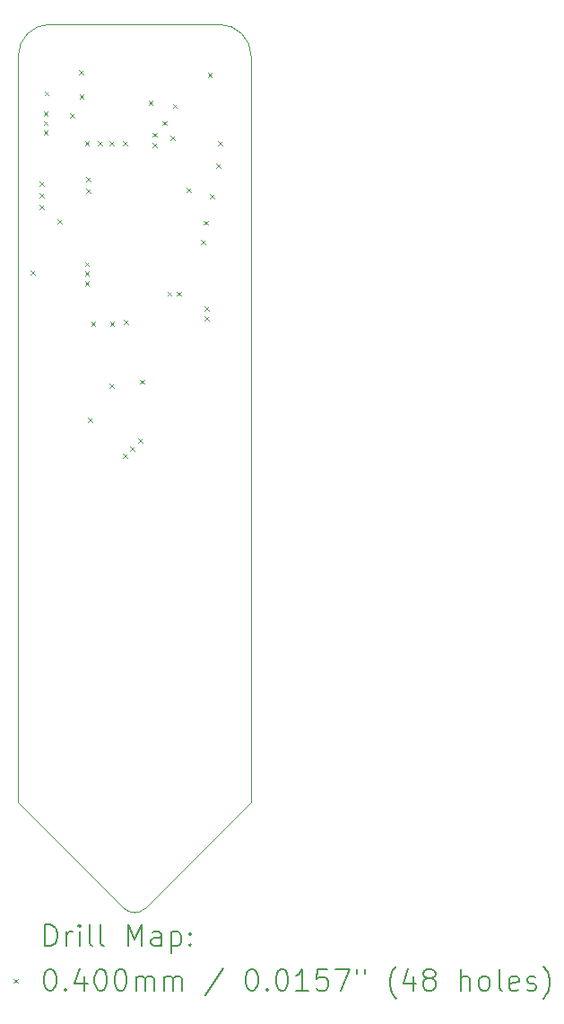
<source format=gbr>
%TF.GenerationSoftware,KiCad,Pcbnew,(6.0.7)*%
%TF.CreationDate,2022-09-04T16:16:37-05:00*%
%TF.ProjectId,parasite-mini-test,70617261-7369-4746-952d-6d696e692d74,1.2.0*%
%TF.SameCoordinates,Original*%
%TF.FileFunction,Drillmap*%
%TF.FilePolarity,Positive*%
%FSLAX45Y45*%
G04 Gerber Fmt 4.5, Leading zero omitted, Abs format (unit mm)*
G04 Created by KiCad (PCBNEW (6.0.7)) date 2022-09-04 16:16:37*
%MOMM*%
%LPD*%
G01*
G04 APERTURE LIST*
%ADD10C,0.050000*%
%ADD11C,0.200000*%
%ADD12C,0.040000*%
G04 APERTURE END LIST*
D10*
X6000000Y-2700000D02*
X7600000Y-2700000D01*
X6700000Y-11032000D02*
G75*
G03*
X6900000Y-11032000I100000J100000D01*
G01*
X6700000Y-11032000D02*
X5700000Y-10032000D01*
X6900000Y-11032000D02*
X7900000Y-10032000D01*
X5700000Y-3000000D02*
X5700000Y-10032000D01*
X7900000Y-10032000D02*
X7900000Y-3000000D01*
X6000000Y-2700000D02*
G75*
G03*
X5700000Y-3000000I0J-300000D01*
G01*
X7900000Y-3000000D02*
G75*
G03*
X7600000Y-2700000I-300000J0D01*
G01*
D11*
D12*
X5820000Y-5020000D02*
X5860000Y-5060000D01*
X5860000Y-5020000D02*
X5820000Y-5060000D01*
X5900000Y-4180000D02*
X5940000Y-4220000D01*
X5940000Y-4180000D02*
X5900000Y-4220000D01*
X5900000Y-4290000D02*
X5940000Y-4330000D01*
X5940000Y-4290000D02*
X5900000Y-4330000D01*
X5900000Y-4400000D02*
X5940000Y-4440000D01*
X5940000Y-4400000D02*
X5900000Y-4440000D01*
X5940000Y-3520000D02*
X5980000Y-3560000D01*
X5980000Y-3520000D02*
X5940000Y-3560000D01*
X5940000Y-3610000D02*
X5980000Y-3650000D01*
X5980000Y-3610000D02*
X5940000Y-3650000D01*
X5940000Y-3700000D02*
X5980000Y-3740000D01*
X5980000Y-3700000D02*
X5940000Y-3740000D01*
X5950000Y-3330000D02*
X5990000Y-3370000D01*
X5990000Y-3330000D02*
X5950000Y-3370000D01*
X6070000Y-4540000D02*
X6110000Y-4580000D01*
X6110000Y-4540000D02*
X6070000Y-4580000D01*
X6190000Y-3540000D02*
X6230000Y-3580000D01*
X6230000Y-3540000D02*
X6190000Y-3580000D01*
X6272506Y-3133024D02*
X6312506Y-3173024D01*
X6312506Y-3133024D02*
X6272506Y-3173024D01*
X6280000Y-3360000D02*
X6320000Y-3400000D01*
X6320000Y-3360000D02*
X6280000Y-3400000D01*
X6330000Y-3800000D02*
X6370000Y-3840000D01*
X6370000Y-3800000D02*
X6330000Y-3840000D01*
X6330000Y-4940000D02*
X6370000Y-4980000D01*
X6370000Y-4940000D02*
X6330000Y-4980000D01*
X6330000Y-5030000D02*
X6370000Y-5070000D01*
X6370000Y-5030000D02*
X6330000Y-5070000D01*
X6330000Y-5120000D02*
X6370000Y-5160000D01*
X6370000Y-5120000D02*
X6330000Y-5160000D01*
X6340000Y-4140000D02*
X6380000Y-4180000D01*
X6380000Y-4140000D02*
X6340000Y-4180000D01*
X6340000Y-4250000D02*
X6380000Y-4290000D01*
X6380000Y-4250000D02*
X6340000Y-4290000D01*
X6360000Y-6410000D02*
X6400000Y-6450000D01*
X6400000Y-6410000D02*
X6360000Y-6450000D01*
X6390000Y-5503750D02*
X6430000Y-5543750D01*
X6430000Y-5503750D02*
X6390000Y-5543750D01*
X6450000Y-3800000D02*
X6490000Y-3840000D01*
X6490000Y-3800000D02*
X6450000Y-3840000D01*
X6560000Y-3800000D02*
X6600000Y-3840000D01*
X6600000Y-3800000D02*
X6560000Y-3840000D01*
X6560000Y-6090000D02*
X6600000Y-6130000D01*
X6600000Y-6090000D02*
X6560000Y-6130000D01*
X6566250Y-5503750D02*
X6606250Y-5543750D01*
X6606250Y-5503750D02*
X6566250Y-5543750D01*
X6690000Y-3800000D02*
X6730000Y-3840000D01*
X6730000Y-3800000D02*
X6690000Y-3840000D01*
X6690000Y-6750000D02*
X6730000Y-6790000D01*
X6730000Y-6750000D02*
X6690000Y-6790000D01*
X6699874Y-5483824D02*
X6739874Y-5523824D01*
X6739874Y-5483824D02*
X6699874Y-5523824D01*
X6760000Y-6680000D02*
X6800000Y-6720000D01*
X6800000Y-6680000D02*
X6760000Y-6720000D01*
X6835000Y-6605000D02*
X6875000Y-6645000D01*
X6875000Y-6605000D02*
X6835000Y-6645000D01*
X6850000Y-6050000D02*
X6890000Y-6090000D01*
X6890000Y-6050000D02*
X6850000Y-6090000D01*
X6930000Y-3420000D02*
X6970000Y-3460000D01*
X6970000Y-3420000D02*
X6930000Y-3460000D01*
X6930000Y-3420000D02*
X6970000Y-3460000D01*
X6970000Y-3420000D02*
X6930000Y-3460000D01*
X6970000Y-3720000D02*
X7010000Y-3760000D01*
X7010000Y-3720000D02*
X6970000Y-3760000D01*
X6970000Y-3820000D02*
X7010000Y-3860000D01*
X7010000Y-3820000D02*
X6970000Y-3860000D01*
X7060000Y-3610000D02*
X7100000Y-3650000D01*
X7100000Y-3610000D02*
X7060000Y-3650000D01*
X7110000Y-5220000D02*
X7150000Y-5260000D01*
X7150000Y-5220000D02*
X7110000Y-5260000D01*
X7140000Y-3750000D02*
X7180000Y-3790000D01*
X7180000Y-3750000D02*
X7140000Y-3790000D01*
X7160000Y-3450000D02*
X7200000Y-3490000D01*
X7200000Y-3450000D02*
X7160000Y-3490000D01*
X7200000Y-5220000D02*
X7240000Y-5260000D01*
X7240000Y-5220000D02*
X7200000Y-5260000D01*
X7291900Y-4240000D02*
X7331900Y-4280000D01*
X7331900Y-4240000D02*
X7291900Y-4280000D01*
X7429389Y-4731043D02*
X7469389Y-4771043D01*
X7469389Y-4731043D02*
X7429389Y-4771043D01*
X7450000Y-4550000D02*
X7490000Y-4590000D01*
X7490000Y-4550000D02*
X7450000Y-4590000D01*
X7460000Y-5360000D02*
X7500000Y-5400000D01*
X7500000Y-5360000D02*
X7460000Y-5400000D01*
X7460000Y-5450000D02*
X7500000Y-5490000D01*
X7500000Y-5450000D02*
X7460000Y-5490000D01*
X7490000Y-3160000D02*
X7530000Y-3200000D01*
X7530000Y-3160000D02*
X7490000Y-3200000D01*
X7510000Y-4300000D02*
X7550000Y-4340000D01*
X7550000Y-4300000D02*
X7510000Y-4340000D01*
X7570000Y-4010000D02*
X7610000Y-4050000D01*
X7610000Y-4010000D02*
X7570000Y-4050000D01*
X7590000Y-3800000D02*
X7630000Y-3840000D01*
X7630000Y-3800000D02*
X7590000Y-3840000D01*
D11*
X5955119Y-11386397D02*
X5955119Y-11186397D01*
X6002738Y-11186397D01*
X6031309Y-11195921D01*
X6050357Y-11214969D01*
X6059881Y-11234016D01*
X6069405Y-11272112D01*
X6069405Y-11300683D01*
X6059881Y-11338778D01*
X6050357Y-11357826D01*
X6031309Y-11376874D01*
X6002738Y-11386397D01*
X5955119Y-11386397D01*
X6155119Y-11386397D02*
X6155119Y-11253064D01*
X6155119Y-11291159D02*
X6164643Y-11272112D01*
X6174167Y-11262588D01*
X6193214Y-11253064D01*
X6212262Y-11253064D01*
X6278928Y-11386397D02*
X6278928Y-11253064D01*
X6278928Y-11186397D02*
X6269405Y-11195921D01*
X6278928Y-11205445D01*
X6288452Y-11195921D01*
X6278928Y-11186397D01*
X6278928Y-11205445D01*
X6402738Y-11386397D02*
X6383690Y-11376874D01*
X6374167Y-11357826D01*
X6374167Y-11186397D01*
X6507500Y-11386397D02*
X6488452Y-11376874D01*
X6478928Y-11357826D01*
X6478928Y-11186397D01*
X6736071Y-11386397D02*
X6736071Y-11186397D01*
X6802738Y-11329255D01*
X6869405Y-11186397D01*
X6869405Y-11386397D01*
X7050357Y-11386397D02*
X7050357Y-11281635D01*
X7040833Y-11262588D01*
X7021786Y-11253064D01*
X6983690Y-11253064D01*
X6964643Y-11262588D01*
X7050357Y-11376874D02*
X7031309Y-11386397D01*
X6983690Y-11386397D01*
X6964643Y-11376874D01*
X6955119Y-11357826D01*
X6955119Y-11338778D01*
X6964643Y-11319731D01*
X6983690Y-11310207D01*
X7031309Y-11310207D01*
X7050357Y-11300683D01*
X7145595Y-11253064D02*
X7145595Y-11453064D01*
X7145595Y-11262588D02*
X7164643Y-11253064D01*
X7202738Y-11253064D01*
X7221786Y-11262588D01*
X7231309Y-11272112D01*
X7240833Y-11291159D01*
X7240833Y-11348302D01*
X7231309Y-11367350D01*
X7221786Y-11376874D01*
X7202738Y-11386397D01*
X7164643Y-11386397D01*
X7145595Y-11376874D01*
X7326548Y-11367350D02*
X7336071Y-11376874D01*
X7326548Y-11386397D01*
X7317024Y-11376874D01*
X7326548Y-11367350D01*
X7326548Y-11386397D01*
X7326548Y-11262588D02*
X7336071Y-11272112D01*
X7326548Y-11281635D01*
X7317024Y-11272112D01*
X7326548Y-11262588D01*
X7326548Y-11281635D01*
D12*
X5657500Y-11695921D02*
X5697500Y-11735921D01*
X5697500Y-11695921D02*
X5657500Y-11735921D01*
D11*
X5993214Y-11606397D02*
X6012262Y-11606397D01*
X6031309Y-11615921D01*
X6040833Y-11625445D01*
X6050357Y-11644493D01*
X6059881Y-11682588D01*
X6059881Y-11730207D01*
X6050357Y-11768302D01*
X6040833Y-11787350D01*
X6031309Y-11796874D01*
X6012262Y-11806397D01*
X5993214Y-11806397D01*
X5974167Y-11796874D01*
X5964643Y-11787350D01*
X5955119Y-11768302D01*
X5945595Y-11730207D01*
X5945595Y-11682588D01*
X5955119Y-11644493D01*
X5964643Y-11625445D01*
X5974167Y-11615921D01*
X5993214Y-11606397D01*
X6145595Y-11787350D02*
X6155119Y-11796874D01*
X6145595Y-11806397D01*
X6136071Y-11796874D01*
X6145595Y-11787350D01*
X6145595Y-11806397D01*
X6326548Y-11673064D02*
X6326548Y-11806397D01*
X6278928Y-11596874D02*
X6231309Y-11739731D01*
X6355119Y-11739731D01*
X6469405Y-11606397D02*
X6488452Y-11606397D01*
X6507500Y-11615921D01*
X6517024Y-11625445D01*
X6526548Y-11644493D01*
X6536071Y-11682588D01*
X6536071Y-11730207D01*
X6526548Y-11768302D01*
X6517024Y-11787350D01*
X6507500Y-11796874D01*
X6488452Y-11806397D01*
X6469405Y-11806397D01*
X6450357Y-11796874D01*
X6440833Y-11787350D01*
X6431309Y-11768302D01*
X6421786Y-11730207D01*
X6421786Y-11682588D01*
X6431309Y-11644493D01*
X6440833Y-11625445D01*
X6450357Y-11615921D01*
X6469405Y-11606397D01*
X6659881Y-11606397D02*
X6678928Y-11606397D01*
X6697976Y-11615921D01*
X6707500Y-11625445D01*
X6717024Y-11644493D01*
X6726548Y-11682588D01*
X6726548Y-11730207D01*
X6717024Y-11768302D01*
X6707500Y-11787350D01*
X6697976Y-11796874D01*
X6678928Y-11806397D01*
X6659881Y-11806397D01*
X6640833Y-11796874D01*
X6631309Y-11787350D01*
X6621786Y-11768302D01*
X6612262Y-11730207D01*
X6612262Y-11682588D01*
X6621786Y-11644493D01*
X6631309Y-11625445D01*
X6640833Y-11615921D01*
X6659881Y-11606397D01*
X6812262Y-11806397D02*
X6812262Y-11673064D01*
X6812262Y-11692112D02*
X6821786Y-11682588D01*
X6840833Y-11673064D01*
X6869405Y-11673064D01*
X6888452Y-11682588D01*
X6897976Y-11701635D01*
X6897976Y-11806397D01*
X6897976Y-11701635D02*
X6907500Y-11682588D01*
X6926548Y-11673064D01*
X6955119Y-11673064D01*
X6974167Y-11682588D01*
X6983690Y-11701635D01*
X6983690Y-11806397D01*
X7078928Y-11806397D02*
X7078928Y-11673064D01*
X7078928Y-11692112D02*
X7088452Y-11682588D01*
X7107500Y-11673064D01*
X7136071Y-11673064D01*
X7155119Y-11682588D01*
X7164643Y-11701635D01*
X7164643Y-11806397D01*
X7164643Y-11701635D02*
X7174167Y-11682588D01*
X7193214Y-11673064D01*
X7221786Y-11673064D01*
X7240833Y-11682588D01*
X7250357Y-11701635D01*
X7250357Y-11806397D01*
X7640833Y-11596874D02*
X7469405Y-11854016D01*
X7897976Y-11606397D02*
X7917024Y-11606397D01*
X7936071Y-11615921D01*
X7945595Y-11625445D01*
X7955119Y-11644493D01*
X7964643Y-11682588D01*
X7964643Y-11730207D01*
X7955119Y-11768302D01*
X7945595Y-11787350D01*
X7936071Y-11796874D01*
X7917024Y-11806397D01*
X7897976Y-11806397D01*
X7878928Y-11796874D01*
X7869405Y-11787350D01*
X7859881Y-11768302D01*
X7850357Y-11730207D01*
X7850357Y-11682588D01*
X7859881Y-11644493D01*
X7869405Y-11625445D01*
X7878928Y-11615921D01*
X7897976Y-11606397D01*
X8050357Y-11787350D02*
X8059881Y-11796874D01*
X8050357Y-11806397D01*
X8040833Y-11796874D01*
X8050357Y-11787350D01*
X8050357Y-11806397D01*
X8183690Y-11606397D02*
X8202738Y-11606397D01*
X8221786Y-11615921D01*
X8231309Y-11625445D01*
X8240833Y-11644493D01*
X8250357Y-11682588D01*
X8250357Y-11730207D01*
X8240833Y-11768302D01*
X8231309Y-11787350D01*
X8221786Y-11796874D01*
X8202738Y-11806397D01*
X8183690Y-11806397D01*
X8164643Y-11796874D01*
X8155119Y-11787350D01*
X8145595Y-11768302D01*
X8136071Y-11730207D01*
X8136071Y-11682588D01*
X8145595Y-11644493D01*
X8155119Y-11625445D01*
X8164643Y-11615921D01*
X8183690Y-11606397D01*
X8440833Y-11806397D02*
X8326548Y-11806397D01*
X8383690Y-11806397D02*
X8383690Y-11606397D01*
X8364643Y-11634969D01*
X8345595Y-11654016D01*
X8326548Y-11663540D01*
X8621786Y-11606397D02*
X8526548Y-11606397D01*
X8517024Y-11701635D01*
X8526548Y-11692112D01*
X8545595Y-11682588D01*
X8593214Y-11682588D01*
X8612262Y-11692112D01*
X8621786Y-11701635D01*
X8631310Y-11720683D01*
X8631310Y-11768302D01*
X8621786Y-11787350D01*
X8612262Y-11796874D01*
X8593214Y-11806397D01*
X8545595Y-11806397D01*
X8526548Y-11796874D01*
X8517024Y-11787350D01*
X8697976Y-11606397D02*
X8831310Y-11606397D01*
X8745595Y-11806397D01*
X8897976Y-11606397D02*
X8897976Y-11644493D01*
X8974167Y-11606397D02*
X8974167Y-11644493D01*
X9269405Y-11882588D02*
X9259881Y-11873064D01*
X9240833Y-11844493D01*
X9231310Y-11825445D01*
X9221786Y-11796874D01*
X9212262Y-11749255D01*
X9212262Y-11711159D01*
X9221786Y-11663540D01*
X9231310Y-11634969D01*
X9240833Y-11615921D01*
X9259881Y-11587350D01*
X9269405Y-11577826D01*
X9431310Y-11673064D02*
X9431310Y-11806397D01*
X9383690Y-11596874D02*
X9336071Y-11739731D01*
X9459881Y-11739731D01*
X9564643Y-11692112D02*
X9545595Y-11682588D01*
X9536071Y-11673064D01*
X9526548Y-11654016D01*
X9526548Y-11644493D01*
X9536071Y-11625445D01*
X9545595Y-11615921D01*
X9564643Y-11606397D01*
X9602738Y-11606397D01*
X9621786Y-11615921D01*
X9631310Y-11625445D01*
X9640833Y-11644493D01*
X9640833Y-11654016D01*
X9631310Y-11673064D01*
X9621786Y-11682588D01*
X9602738Y-11692112D01*
X9564643Y-11692112D01*
X9545595Y-11701635D01*
X9536071Y-11711159D01*
X9526548Y-11730207D01*
X9526548Y-11768302D01*
X9536071Y-11787350D01*
X9545595Y-11796874D01*
X9564643Y-11806397D01*
X9602738Y-11806397D01*
X9621786Y-11796874D01*
X9631310Y-11787350D01*
X9640833Y-11768302D01*
X9640833Y-11730207D01*
X9631310Y-11711159D01*
X9621786Y-11701635D01*
X9602738Y-11692112D01*
X9878929Y-11806397D02*
X9878929Y-11606397D01*
X9964643Y-11806397D02*
X9964643Y-11701635D01*
X9955119Y-11682588D01*
X9936071Y-11673064D01*
X9907500Y-11673064D01*
X9888452Y-11682588D01*
X9878929Y-11692112D01*
X10088452Y-11806397D02*
X10069405Y-11796874D01*
X10059881Y-11787350D01*
X10050357Y-11768302D01*
X10050357Y-11711159D01*
X10059881Y-11692112D01*
X10069405Y-11682588D01*
X10088452Y-11673064D01*
X10117024Y-11673064D01*
X10136071Y-11682588D01*
X10145595Y-11692112D01*
X10155119Y-11711159D01*
X10155119Y-11768302D01*
X10145595Y-11787350D01*
X10136071Y-11796874D01*
X10117024Y-11806397D01*
X10088452Y-11806397D01*
X10269405Y-11806397D02*
X10250357Y-11796874D01*
X10240833Y-11777826D01*
X10240833Y-11606397D01*
X10421786Y-11796874D02*
X10402738Y-11806397D01*
X10364643Y-11806397D01*
X10345595Y-11796874D01*
X10336071Y-11777826D01*
X10336071Y-11701635D01*
X10345595Y-11682588D01*
X10364643Y-11673064D01*
X10402738Y-11673064D01*
X10421786Y-11682588D01*
X10431310Y-11701635D01*
X10431310Y-11720683D01*
X10336071Y-11739731D01*
X10507500Y-11796874D02*
X10526548Y-11806397D01*
X10564643Y-11806397D01*
X10583690Y-11796874D01*
X10593214Y-11777826D01*
X10593214Y-11768302D01*
X10583690Y-11749255D01*
X10564643Y-11739731D01*
X10536071Y-11739731D01*
X10517024Y-11730207D01*
X10507500Y-11711159D01*
X10507500Y-11701635D01*
X10517024Y-11682588D01*
X10536071Y-11673064D01*
X10564643Y-11673064D01*
X10583690Y-11682588D01*
X10659881Y-11882588D02*
X10669405Y-11873064D01*
X10688452Y-11844493D01*
X10697976Y-11825445D01*
X10707500Y-11796874D01*
X10717024Y-11749255D01*
X10717024Y-11711159D01*
X10707500Y-11663540D01*
X10697976Y-11634969D01*
X10688452Y-11615921D01*
X10669405Y-11587350D01*
X10659881Y-11577826D01*
M02*

</source>
